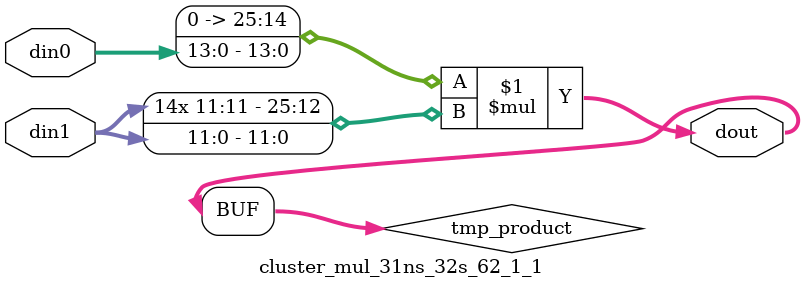
<source format=v>

`timescale 1 ns / 1 ps

 module cluster_mul_31ns_32s_62_1_1(din0, din1, dout);
parameter ID = 1;
parameter NUM_STAGE = 0;
parameter din0_WIDTH = 14;
parameter din1_WIDTH = 12;
parameter dout_WIDTH = 26;

input [din0_WIDTH - 1 : 0] din0; 
input [din1_WIDTH - 1 : 0] din1; 
output [dout_WIDTH - 1 : 0] dout;

wire signed [dout_WIDTH - 1 : 0] tmp_product;

























assign tmp_product = $signed({1'b0, din0}) * $signed(din1);










assign dout = tmp_product;





















endmodule

</source>
